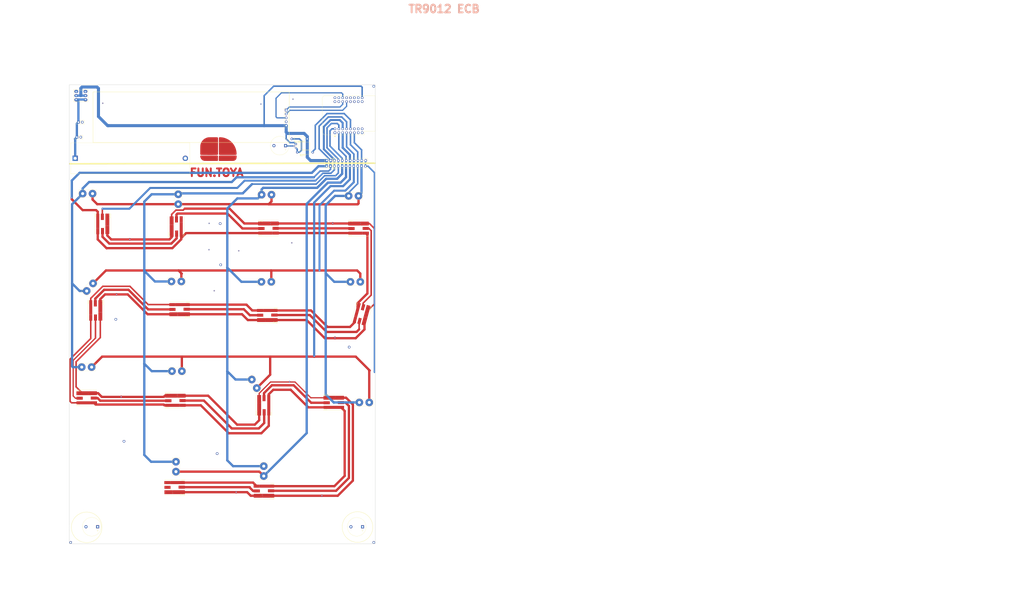
<source format=kicad_pcb>
(kicad_pcb (version 20221018) (generator pcbnew)
  (layers (0 "F.Cu" signal) (31 "B.Cu" signal) (34 "B.Paste" user) (35 "F.Paste" user) (36 "B.SilkS" user "B.Silkscreen") (37 "F.SilkS" user "F.Silkscreen") (38 "B.Mask" user) (39 "F.Mask" user) (44 "Edge.Cuts" user))
  (net 0 "")
  (net 1 "BEBAS")
  (net 2 "G")
  (net 3 "data")
  (net 4 "VCC")
  (net 5 "buzzer")
  (footprint "Buzzer_Beeper:Buzzer_12x9.5RM7.6" (layer "F.Cu") (at 145.054442 46.865558 180)
    (fp_text reference "REF**" hide)
    (fp_text value "Buzzer_12x9.5RM7.6")
  )
  (footprint "Diode_SMD:ws2812Strip" (layer "F.Cu") (at 139.902183 163.223195 180)
    (fp_text reference "REFe" hide)
    (fp_text value "ws2812Strip" hide)
  )
  (footprint "Connector_PinHeader_2.54mm:PinHeader_1x02_P2.54mm_Vertical" (layer "F.Cu") (at 174.445 60.29 -90)
    (fp_text reference "REF**")
    (fp_text value "PinHeader_1x02_P2.54mm_Vertical")
  )
  (footprint "Diode_SMD:ws2812Strip" (layer "F.Cu") (at 30.986908 91.22567 -90)
    (fp_text reference "REF**" hide)
    (fp_text value "ws2812Strip" hide)
  )
  (footprint "Resistor_THT:R_Axial_DIN0207_L6.3mm_D2.5mm_P10.16mm_Horizontal" (layer "F.Cu") (at 152.68 51.16)
    (fp_text reference "REF**")
    (fp_text value "R_Axial_DIN0207_L6.3mm_D2.5mm_P10.16mm_Horizontal")
  )
  (footprint "Connector:TOYACON" (layer "F.Cu") (at 20.903583 194.18247 180)
    (fp_text reference "" hide)
    (fp_text value "TOYACON")
  )
  (footprint "Connector_PinHeader_2.54mm:PinHeader_1x02_P2.54mm_Vertical" (layer "F.Cu") (at 8.677966 41.301791 90)
    (fp_text reference "REF**" hide)
    (fp_text value "PinHeader_1x02_P2.54mm_Vertical")
  )
  (footprint "Diode_SMD:ws2812Strip" (layer "F.Cu") (at 169.799383 209.230945)
    (fp_text reference "REFe" hide)
    (fp_text value "ws2812Strip" hide)
  )
  (footprint "" (layer "F.Cu") (at 100.34 248.12)
    (fp_text reference "")
    (fp_text value "")
  )
  (footprint "Connector:TOYACON" (layer "F.Cu") (at 196.486945 138.42567 180)
    (fp_text reference "REF**" hide)
    (fp_text value "TOYACON")
  )
  (footprint "Connector_PinHeader_2.54mm:PinHeader_1x10_P2.54mm_Vertical" (layer "F.Cu") (at 174.6 56.54 90)
    (fp_text reference "REF**" hide)
    (fp_text value "PinHeader_1x10_P2.54mm_Vertical")
  )
  (footprint "Connector:TOYACON" (layer "F.Cu") (at 138.453583 81.49247 180)
    (fp_text reference "REF**" hide)
    (fp_text value "TOYACON")
  )
  (footprint "Diode_SMD:ws2812Strip" (layer "F.Cu") (at 186.009383 95.390945)
    (fp_text reference "REF**" hide)
    (fp_text value "ws2812Strip" hide)
  )
  (footprint "Connector:TOYACON" (layer "F.Cu") (at 11.443885 142.136731 50)
    (fp_text reference "" hide)
    (fp_text value "TOYACON")
  )
  (footprint "Connector:TOYACON" (layer "F.Cu") (at 195.333583 82.29247 180)
    (fp_text reference "REF**" hide)
    (fp_text value "TOYACON")
  )
  (footprint "Connector:TOYACON" (layer "F.Cu") (at 9.886945 75.62567)
    (fp_text reference "REF**" hide)
    (fp_text value "TOYACON")
  )
  (footprint "Connector:TOYACON" (layer "F.Cu") (at 79.866945 196.81647 180)
    (fp_text reference "" hide)
    (fp_text value "TOYACON")
  )
  (footprint "Connector_PinHeader_2.54mm:PinHeader_1x10_P2.54mm_Vertical" (layer "F.Cu") (at 174.426945 60.28 90)
    (fp_text reference "REF**" hide)
    (fp_text value "PinHeader_1x10_P2.54mm_Vertical")
  )
  (footprint "Connector:TOYACON" (layer "F.Cu") (at 79.529345 138.21647 180)
    (fp_text reference "REF**" hide)
    (fp_text value "TOYACON")
  )
  (footprint "Diode_SMD:ws2812Strip" (layer "F.Cu") (at 82.582183 159.423195 180)
    (fp_text reference "REFe" hide)
    (fp_text value "ws2812Strip" hide)
  )
  (footprint "Diode_SMD:ws2812Strip" (layer "F.Cu") (at 8.329383 206.260945)
    (fp_text reference "REFe" hide)
    (fp_text value "ws2812Strip" hide)
  )
  (footprint "" (layer "F.Cu") (at 202.72 306.16)
    (fp_text reference "")
    (fp_text value "")
  )
  (footprint "Package_TO_SOT_THT:TO-92_Horizontal2" (layer "F.Cu") (at 151.809442 45.810558 -90)
    (fp_text reference "REF**")
    (fp_text value "TO-92_Horizontal2")
  )
  (footprint "Connector:TOYACON" (layer "F.Cu") (at 202.333583 217.26247 180)
    (fp_text reference "" hide)
    (fp_text value "TOYACON")
  )
  (footprint "LOGO" (layer "F.Cu") (at 101.179212 49.09264)
    (fp_text reference "G***" hide)
    (fp_text value "LOGO" hide)
  )
  (footprint "" (layer "F.Cu") (at 4.67 306.16)
    (fp_text reference "")
    (fp_text value "")
  )
  (footprint "Connector:TOYACON" (layer "F.Cu") (at 125.296951 208.822403 120)
    (fp_text reference "" hide)
    (fp_text value "TOYACON")
  )
  (footprint "Diode_SMD:ws2812Strip" (layer "F.Cu") (at 66.299383 207.900945)
    (fp_text reference "REFe" hide)
    (fp_text value "ws2812Strip" hide)
  )
  (footprint "Connector:TOYACON" (layer "F.Cu") (at 138.329345 138.42567 180)
    (fp_text reference "REF**" hide)
    (fp_text value "TOYACON")
  )
  (footprint "" (layer "F.Cu") (at 202.71 8.05)
    (fp_text reference "")
    (fp_text value "")
  )
  (footprint "Battery:BatteryHolder_MPD_BH-18650-PC2" (layer "F.Cu") (at 7.565 55.14)
    (fp_text reference "REF**" hide)
    (fp_text value "BatteryHolder_MPD_BH-18650-PC2")
  )
  (footprint "Connector_PinHeader_2.54mm:PinHeader_1x02_P2.54mm_Vertical" (layer "F.Cu") (at 174.61 56.52 -90)
    (fp_text reference "REF**")
    (fp_text value "PinHeader_1x02_P2.54mm_Vertical")
  )
  (footprint "Connector_PinHeader_2.54mm:PinHeader_1x02_P2.54mm_Vertical" (layer "F.Cu") (at 9.677966 31.501791 90)
    (fp_text reference "REF**" hide)
    (fp_text value "PinHeader_1x02_P2.54mm_Vertical")
  )
  (footprint "Diode_SMD:ws2812Strip" (layer "F.Cu") (at 68.214658 106.49847 90)
    (fp_text reference "REF**" hide)
    (fp_text value "ws2812Strip" hide)
  )
  (footprint "Button_Switch_THT:SW-7x7mm-lock" (layer "F.Cu") (at 11.277966 14.161791 -90)
    (fp_text reference "REF**" hide)
    (fp_text value "SW-7x7mm-lock")
  )
  (footprint "Connector:TOYACON" (layer "F.Cu") (at 133.396183 253.74427 -90)
    (fp_text reference "" hide)
    (fp_text value "TOYACON")
  )
  (footprint "Diode_SMD:ws2812Strip" (layer "F.Cu") (at 201.712587 151.832466 -105)
    (fp_text reference "REF**" hide)
    (fp_text value "ws2812Strip" hide)
  )
  (footprint "Diode_SMD:ws2812Strip" (layer "F.Cu") (at 127.139383 95.340945)
    (fp_text reference "REF**" hide)
    (fp_text value "ws2812Strip" hide)
  )
  (footprint "Diode_SMD:ws2812Strip" (layer "F.Cu") (at 125.434658 223.26847 90)
    (fp_text reference "REFe" hide)
    (fp_text value "ws2812Strip" hide)
  )
  (footprint "" (layer "F.Cu") (at 186.65 178.51)
    (fp_text reference "")
    (fp_text value "")
  )
  (footprint "Connector:TOYACON" (layer "F.Cu") (at 76.0254 250.8572 -90)
    (fp_text reference "" hide)
    (fp_text value "TOYACON")
  )
  (footprint "Diode_SMD:ws2812Strip" (layer "F.Cu") (at 137.712183 278.053195 180)
    (fp_text reference "REFe" hide)
    (fp_text value "ws2812Strip" hide)
  )
  (footprint "Connector:TOYACON" (layer "F.Cu") (at 72.345383 87.68987 90)
    (fp_text reference "REF**" hide)
    (fp_text value "TOYACON")
  )
  (footprint "custom:WEMOS_S2_mini" (layer "F.Cu") (at 177.332966 38.414291 90)
    (fp_text reference "REF**" hide)
    (fp_text value "WEMOS_S2_mini")
  )
  (footprint "Diode_SMD:ws2812Strip" (layer "F.Cu") (at 79.332183 275.713195 180)
    (fp_text reference "REFe" hide)
    (fp_text value "ws2812Strip" hide)
  )
  (footprint "Resistor_THT:R_Axial_DIN0207_L6.3mm_D2.5mm_P10.16mm_Horizontal" (layer "F.Cu") (at 149.104442 42.445558)
    (fp_text reference "REF**")
    (fp_text value "R_Axial_DIN0207_L6.3mm_D2.5mm_P10.16mm_Horizontal")
  )
  (footprint "Buzzer_Beeper:Buzzer_12x9.5RM7.6" (layer "F.Cu") (at 22.23 295.92 180)
    (fp_text reference "REF**" hide)
    (fp_text value "Buzzer_12x9.5RM7.6")
  )
  (footprint "" (layer "F.Cu") (at 102.32 97.81)
    (fp_text reference "")
    (fp_text value "")
  )
  (footprint "Diode_SMD:ws2812Strip" (layer "F.Cu") (at 26.396908 147.75567 -90)
    (fp_text reference "REFe" hide)
    (fp_text value "ws2812Strip" hide)
  )
  (footprint "" (layer "F.Cu") (at 39.48 240.06)
    (fp_text reference "")
    (fp_text value "")
  )
  (footprint "" (layer "F.Cu") (at 102.67 124.73)
    (fp_text reference "")
    (fp_text value "")
  )
  (footprint "Buzzer_Beeper:Buzzer_12x9.5RM7.6" (layer "F.Cu") (at 195.37 295.95 180)
    (fp_text reference "REF**" hide)
    (fp_text value "Buzzer_12x9.5RM7.6")
  )
  (footprint "" (layer "F.Cu") (at 34.14 160.35)
    (fp_text reference "")
    (fp_text value "")
  )
  (footprint "Connector_PinHeader_2.54mm:PinHeader_1x05_P2.54mm_Vertical" (layer "F.Cu") (at 145.477966 23.626791)
    (fp_text reference "REF**" hide)
    (fp_text value "PinHeader_1x05_P2.54mm_Vertical")
  )
  (gr_line (start 203.56 58.31) (end 3.95 58.69) (stroke (width 1)) (layer "F.SilkS"))
  (gr_rect (start 19.227966 11.766791) (end 147.497966 44.786791) (stroke (width 0.2)) (fill none) (layer "F.SilkS"))
  (gr_circle (center 15.077966 296.301791) (end 25.077966 296.301791) (stroke (width 0.2)) (fill none) (layer "F.SilkS"))
  (gr_circle (center 192.077966 296.101791) (end 202.077966 296.101791) (stroke (width 0.2)) (fill none) (layer "F.SilkS"))
  (gr_rect (start 3.719166 7.086991) (end 203.667966 307.111791) (stroke (width 0.2)) (fill none) (layer "Edge.Cuts"))
  (gr_text "FUN.TOYA" (at 118.2 67.43) (layer "F.Cu") (effects (font (size 5 5) (thickness 1.25) bold) (justify right bottom)))
  (gr_text "TR9012 ECB\n\n" (at 224.74 -31.53) (layer "B.SilkS") (effects (font (size 5 5) (thickness 1.25) bold) (justify left bottom)))
  (segment (start 152.68 49.221116) (end 151.809442 48.350558) (width 1) (layer "B.Cu") (net 0))
  (segment (start 149.104442 42.445558) (end 154.145558 42.445558) (width 1) (layer "B.Cu") (net 0))
  (segment (start 154.13 51.16) (end 152.68 51.16) (width 1) (layer "B.Cu") (net 0))
  (segment (start 155.48 43.78) (end 155.48 49.81) (width 1) (layer "B.Cu") (net 0))
  (segment (start 155.48 49.81) (end 154.13 51.16) (width 1) (layer "B.Cu") (net 0))
  (segment (start 154.145558 42.445558) (end 155.48 43.78) (width 1) (layer "B.Cu") (net 0))
  (segment (start 152.68 51.16) (end 152.68 49.221116) (width 1) (layer "B.Cu") (net 0))
  (segment (start 73.4346 259.8996) (end 127.918313 259.8996) (width 1.5) (layer "F.Cu") (net 1))
  (segment (start 77.286945 184.913055) (end 77.48 184.72) (width 1.5) (layer "F.Cu") (net 1))
  (segment (start 134.06013 85.10987) (end 135.873583 83.296417) (width 1.5) (layer "F.Cu") (net 1))
  (segment (start 27.676081 128.44) (end 75.12 128.44) (width 1.5) (layer "F.Cu") (net 1))
  (segment (start 25.195253 184.72) (end 77.48 184.72) (width 1.5) (layer "F.Cu") (net 1))
  (segment (start 167.28 128.44) (end 135.59 128.44) (width 1.5) (layer "F.Cu") (net 1))
  (segment (start 199.753583 194.066417) (end 199.753583 214.67167) (width 1.5) (layer "F.Cu") (net 1))
  (segment (start 190.92 184.72) (end 200.01 193.81) (width 1.5) (layer "F.Cu") (net 1))
  (segment (start 167.28 128.44) (end 191.87 128.44) (width 1.5) (layer "F.Cu") (net 1))
  (segment (start 135.59 128.44) (end 135.749345 128.599345) (width 1.5) (layer "F.Cu") (net 1))
  (segment (start 135 196.543307) (end 135 184.72) (width 1.5) (layer "F.Cu") (net 1))
  (segment (start 163.99 184.72) (end 190.92 184.72) (width 1.5) (layer "F.Cu") (net 1))
  (segment (start 18.929345 78.21647) (end 18.929345 82.079345) (width 1.5) (layer "F.Cu") (net 1))
  (segment (start 200.01 193.81) (end 199.753583 194.066417) (width 1.5) (layer "F.Cu") (net 1))
  (segment (start 192.753583 84.616417) (end 192.753583 79.70167) (width 1.5) (layer "F.Cu") (net 1))
  (segment (start 168.41 85.19) (end 192.18 85.19) (width 1.5) (layer "F.Cu") (net 1))
  (segment (start 191.87 128.44) (end 193.906945 130.476945) (width 1.5) (layer "F.Cu") (net 1))
  (segment (start 193.906945 130.476945) (end 193.906945 135.83487) (width 1.5) (layer "F.Cu") (net 1))
  (segment (start 163.61 184.72) (end 163.8 184.53) (width 1.5) (layer "F.Cu") (net 1))
  (segment (start 127.918313 259.8996) (end 130.805383 262.78667) (width 1.5) (layer "F.Cu") (net 1))
  (segment (start 163.8 184.53) (end 163.99 184.72) (width 1.5) (layer "F.Cu") (net 1))
  (segment (start 75.12 128.44) (end 77.18 130.5) (width 1.5) (layer "F.Cu") (net 1))
  (segment (start 168.41 85.19) (end 134.14026 85.19) (width 1.5) (layer "F.Cu") (net 1))
  (segment (start 135 184.72) (end 163.61 184.72) (width 1.5) (layer "F.Cu") (net 1))
  (segment (start 18.323583 191.59167) (end 25.195253 184.72) (width 1.5) (layer "F.Cu") (net 1))
  (segment (start 74.936183 85.10987) (end 134.06013 85.10987) (width 1.5) (layer "F.Cu") (net 1))
  (segment (start 126.25065 205.292657) (end 135 196.543307) (width 1.5) (layer "F.Cu") (net 1))
  (segment (start 77.48 184.72) (end 135 184.72) (width 1.5) (layer "F.Cu") (net 1))
  (segment (start 18.929345 82.079345) (end 21.95987 85.10987) (width 1.5) (layer "F.Cu") (net 1))
  (segment (start 75.12 128.44) (end 135.59 128.44) (width 1.5) (layer "F.Cu") (net 1))
  (segment (start 76.949345 130.730655) (end 76.949345 135.62567) (width 1.5) (layer "F.Cu") (net 1))
  (segment (start 21.95987 85.10987) (end 74.936183 85.10987) (width 1.5) (layer "F.Cu") (net 1))
  (segment (start 135.749345 128.599345) (end 135.749345 135.83487) (width 1.5) (layer "F.Cu") (net 1))
  (segment (start 192.18 85.19) (end 192.753583 84.616417) (width 1.5) (layer "F.Cu") (net 1))
  (segment (start 77.286945 194.22567) (end 77.286945 184.913055) (width 1.5) (layer "F.Cu") (net 1))
  (segment (start 135.873583 83.296417) (end 135.873583 78.90167) (width 1.5) (layer "F.Cu") (net 1))
  (segment (start 19.240896 136.875185) (end 27.676081 128.44) (width 1.5) (layer "F.Cu") (net 1))
  (segment (start 77.18 130.5) (end 76.949345 130.730655) (width 1.5) (layer "F.Cu") (net 1))
  (segment (start 134.14026 85.19) (end 134.06013 85.10987) (width 1.5) (layer "F.Cu") (net 1))
  (via (at 163.8 184.53) (size 0.8) (drill 0.4) (layers "F.Cu" "B.Cu") (net 1))
  (via (at 167.28 128.44) (size 0.8) (drill 0.4) (layers "F.Cu" "B.Cu") (net 1))
  (segment (start 15.086945 141.82567) (end 10.48567 141.82567) (width 1.5) (layer "B.Cu") (net 1))
  (segment (start 158.88 84.9) (end 172.77 71.01) (width 1.5) (layer "B.Cu") (net 1))
  (segment (start 129.411183 75.468817) (end 130.44 74.44) (width 1.5) (layer "B.Cu") (net 1))
  (segment (start 57.60567 194.22567) (end 52.74 189.36) (width 1.5) (layer "B.Cu") (net 1))
  (segment (start 163.76 84.03) (end 174.48 73.31) (width 1.4) (layer "B.Cu") (net 1))
  (segment (start 167 34.12) (end 173 28.12) (width 1) (layer "B.Cu") (net 1))
  (segment (start 172.16 35.21) (end 172.16 48.273055) (width 1) (layer "B.Cu") (net 1))
  (segment (start 189.71 52.38) (end 189.71 56.346945) (width 1) (layer "B.Cu") (net 1))
  (segment (start 142.37 12.34) (end 138.83 15.88) (width 0.8) (layer "B.Cu") (net 1))
  (segment (start 5.54 85.143415) (end 5.54 136.88) (width 1.5) (layer "B.Cu") (net 1))
  (segment (start 57.1872 253.4372) (end 73.4346 253.4372) (width 1.5) (layer "B.Cu") (net 1))
  (segment (start 177.332966 35.874291) (end 175.405709 35.874291) (width 1) (layer "B.Cu") (net 1))
  (segment (start 192.753583 79.70167) (end 194.686945 77.768308) (width 1.5) (layer "B.Cu") (net 1))
  (segment (start 10.48567 141.82567) (end 5.54 136.88) (width 1.5) (layer "B.Cu") (net 1))
  (segment (start 129.286945 135.83487) (end 116.23487 135.83487) (width 1.5) (layer "B.Cu") (net 1))
  (segment (start 173.25 63.46) (end 174.445 62.265) (width 1) (layer "B.Cu") (net 1))
  (segment (start 158.88 234.712053) (end 158.88 84.9) (width 1.5) (layer "B.Cu") (net 1))
  (segment (start 187.492966 30.022966) (end 187.492966 35.874291) (width 1) (layer "B.Cu") (net 1))
  (segment (start 187.492966 46.252966) (end 192.22 50.98) (width 1) (layer "B.Cu") (net 1))
  (segment (start 172.77 71.01) (end 181.05 71.01) (width 1.5) (layer "B.Cu") (net 1))
  (segment (start 171.3 130.26) (end 171.3 209.45) (width 1.5) (layer "B.Cu") (net 1))
  (segment (start 167.28 128.44) (end 167.24 128.4) (width 1.3) (layer "B.Cu") (net 1))
  (segment (start 174.48 73.31) (end 182.68 73.31) (width 1.4) (layer "B.Cu") (net 1))
  (segment (start 172.16 48.273055) (end 179.506945 55.62) (width 1) (layer "B.Cu") (net 1))
  (segment (start 74.936183 78.64747) (end 75.533653 78.05) (width 1.5) (layer "B.Cu") (net 1))
  (segment (start 189.666945 70.753055) (end 189.666945 56.39) (width 1.3) (layer "B.Cu") (net 1))
  (segment (start 6.03167 191.59167) (end 11.861183 191.59167) (width 1.5) (layer "B.Cu") (net 1))
  (segment (start 178.84 32.38) (end 174.99 32.38) (width 1) (layer "B.Cu") (net 1))
  (segment (start 179.506945 58.62567) (end 179.506945 55.62) (width 1) (layer "B.Cu") (net 1))
  (segment (start 184.952966 38.414291) (end 184.952966 47.622966) (width 1) (layer "B.Cu") (net 1))
  (segment (start 113.01 67.54) (end 109.93 70.62) (width 1.5) (layer "B.Cu") (net 1))
  (segment (start 75.533653 78.05) (end 117.08 78.05) (width 1.5) (layer "B.Cu") (net 1))
  (segment (start 182.34 23.77) (end 147.874757 23.77) (width 0.8) (layer "B.Cu") (net 1))
  (segment (start 147.874757 23.77) (end 145.477966 26.166791) (width 0.8) (layer "B.Cu") (net 1))
  (segment (start 171.3 85.8) (end 171.3 130.26) (width 1.5) (layer "B.Cu") (net 1))
  (segment (start 190.032966 38.414291) (end 190.032966 44.922966) (width 1) (layer "B.Cu") (net 1))
  (segment (start 182.046945 55.07) (end 182.046945 58.62567) (width 1) (layer "B.Cu") (net 1))
  (segment (start 109.93 70.62) (end 16.67 70.62) (width 1.5) (layer "B.Cu") (net 1))
  (segment (start 52.74 128.69) (end 52.74 189.36) (width 1.5) (layer "B.Cu") (net 1))
  (segment (start 130.805383 262.78667) (end 158.88 234.712053) (width 1.5) (layer "B.Cu") (net 1))
  (segment (start 117.08 78.05) (end 123.15 71.98) (width 1.5) (layer "B.Cu") (net 1))
  (segment (start 110.77427 256.32427) (end 130.805383 256.32427) (width 1.5) (layer "B.Cu") (net 1))
  (segment (start 165.69 74.44) (end 171.63 68.5) (width 1.5) (layer "B.Cu") (net 1))
  (segment (start 106.98 87.91) (end 106.98 126.58) (width 1.5) (layer "B.Cu") (net 1))
  (segment (start 176.87487 135.83487) (end 171.3 130.26) (width 1.5) (layer "B.Cu") (net 1))
  (segment (start 106.98 194.32) (end 106.98 252.53) (width 1.5) (layer "B.Cu") (net 1))
  (segment (start 170.59 66.5) (end 177.77 66.5) (width 1) (layer "B.Cu") (net 1))
  (segment (start 194.75 49.64) (end 194.75 55.83) (width 1) (layer "B.Cu") (net 1))
  (segment (start 123.01945 199.696055) (end 112.356055 199.696055) (width 1.5) (layer "B.Cu") (net 1))
  (segment (start 177.77 66.5) (end 179.566945 64.703055) (width 1) (layer "B.Cu") (net 1))
  (segment (start 52.74 248.99) (end 57.1872 253.4372) (width 1.5) (layer "B.Cu") (net 1))
  (segment (start 184.952966 31.292966) (end 184.952966 35.874291) (width 1) (layer "B.Cu") (net 1))
  (segment (start 182.412966 13.337034) (end 182.53 13.22) (width 0.8) (layer "B.Cu") (net 1))
  (segment (start 184.586945 67.473055) (end 184.586945 58.62567) (width 1.5) (layer "B.Cu") (net 1))
  (segment (start 174.99 32.38) (end 172.16 35.21) (width 1) (layer "B.Cu") (net 1))
  (segment (start 162.414442 51.055558) (end 164.5 48.97) (width 1) (layer "B.Cu") (net 1))
  (segment (start 5.54 136.88) (end 5.54 191.1) (width 1.5) (layer "B.Cu") (net 1))
  (segment (start 163.76 184.34) (end 163.76 84.03) (width 1.4) (layer "B.Cu") (net 1))
  (segment (start 178.76 68.5) (end 182.046945 65.213055) (width 1.5) (layer "B.Cu") (net 1))
  (segment (start 187.126945 52.906945) (end 182.412966 48.192966) (width 1.4) (layer "B.Cu") (net 1))
  (segment (start 171.63 68.5) (end 178.76 68.5) (width 1.5) (layer "B.Cu") (net 1))
  (segment (start 186.291183 77.588817) (end 186.291183 79.70167) (width 1) (layer "B.Cu") (net 1))
  (segment (start 192.206945 52.603055) (end 192.206945 58.62567) (width 1) (layer "B.Cu") (net 1))
  (segment (start 179.872966 49.137966) (end 184.586945 53.851945) (width 1) (layer "B.Cu") (net 1))
  (segment (start 182.412966 19.837034) (end 180.65 21.6) (width 0.8) (layer "B.Cu") (net 1))
  (segment (start 106.98 252.53) (end 110.77427 256.32427) (width 1.5) (layer "B.Cu") (net 1))
  (segment (start 194.75 55.83) (end 194.746945 55.833055) (width 1) (layer "B.Cu") (net 1))
  (segment (start 70.486945 135.62567) (end 59.67567 135.62567) (width 1.5) (layer "B.Cu") (net 1))
  (segment (start 167.24 85.86) (end 176.82 76.28) (width 1.3) (layer "B.Cu") (net 1))
  (segment (start 129.411183 78.90167) (end 126.982853 81.33) (width 1.5) (layer "B.Cu") (net 1))
  (segment (start 12.466945 74.823055) (end 12.466945 78.21647) (width 1.5) (layer "B.Cu") (net 1))
  (segment (start 9.677966 31.501791) (end 9.677966 18.101791) (width 1.5) (layer "B.Cu") (net 1))
  (segment (start 8.277966 16.701791) (end 14.277966 16.701791) (width 1.5) (layer "B.Cu") (net 1))
  (segment (start 174.11 47.133055) (end 182.046945 55.07) (width 1) (layer "B.Cu") (net 1))
  (segment (start 164.5 48.97) (end 164.5 33.58) (width 1) (layer "B.Cu") (net 1))
  (segment (start 186.291183 79.70167) (end 177.39833 79.70167) (width 1.5) (layer "B.Cu") (net 1))
  (segment (start 192.206945 58.62567) (end 192.206945 71.673055) (width 1) (layer "B.Cu") (net 1))
  (segment (start 182.412966 48.192966) (end 182.412966 38.414291) (width 1.4) (layer "B.Cu") (net 1))
  (segment (start 129.411183 78.90167) (end 129.411183 75.468817) (width 1.5) (layer "B.Cu") (net 1))
  (segment (start 175.405709 35.874291) (end 174.11 37.17) (width 1) (layer "B.Cu") (net 1))
  (segment (start 180.65 21.6) (end 147.504757 21.6) (width 0.8) (layer "B.Cu") (net 1))
  (segment (start 181.65 12.34) (end 142.37 12.34) (width 0.8) (layer "B.Cu") (net 1))
  (segment (start 179.872966 33.412966) (end 178.84 32.38) (width 1) (layer "B.Cu") (net 1))
  (segment (start 165.11 71.98) (end 170.59 66.5) (width 1) (layer "B.Cu") (net 1))
  (segment (start 187.126945 68.863055) (end 187.126945 52.906945) (width 1.4) (layer "B.Cu") (net 1))
  (segment (start 194.686945 77.768308) (end 194.686945 57.65) (width 1.5) (layer "B.Cu") (net 1))
  (segment (start 179.872966 35.874291) (end 179.872966 33.412966) (width 1) (layer "B.Cu") (net 1))
  (segment (start 12.466945 78.21647) (end 5.54 85.143415) (width 1.5) (layer "B.Cu") (net 1))
  (segment (start 174.426945 56.346945) (end 167 48.92) (width 1) (layer "B.Cu") (net 1))
  (segment (start 181.05 71.01) (end 184.586945 67.473055) (width 1.5) (layer "B.Cu") (net 1))
  (segment (start 187.444545 135.83487) (end 176.87487 135.83487) (width 1.5) (layer "B.Cu") (net 1))
  (segment (start 147.504757 21.6) (end 145.477966 23.626791) (width 0.8) (layer "B.Cu") (net 1))
  (segment (start 7.477966 42.501791) (end 7.58 42.603825) (width 1.5) (layer "B.Cu") (net 1))
  (segment (start 179.872966 38.414291) (end 179.872966 49.137966) (width 1) (layer "B.Cu") (net 1))
  (segment (start 8.677966 41.301791) (end 8.677966 32.501791) (width 1.5) (layer "B.Cu") (net 1))
  (segment (start 167.24 128.4) (end 167.24 85.86) (width 1.3) (layer "B.Cu") (net 1))
  (segment (start 9.677966 18.101791) (end 8.277966 16.701791) (width 1.5) (layer "B.Cu") (net 1))
  (segment (start 167.64 63.46) (end 173.25 63.46) (width 1) (layer "B.Cu") (net 1))
  (segment (start 192.22 50.98) (end 192.22 52.59) (width 1) (layer "B.Cu") (net 1))
  (segment (start 184.952966 47.622966) (end 189.71 52.38) (width 1) (layer "B.Cu") (net 1))
  (segment (start 70.824545 194.22567) (end 57.60567 194.22567) (width 1.5) (layer "B.Cu") (net 1))
  (segment (start 190.032966 44.922966) (end 194.75 49.64) (width 1) (layer "B.Cu") (net 1))
  (segment (start 189.71 56.346945) (end 189.666945 56.39) (width 1) (layer "B.Cu") (net 1))
  (segment (start 183.36 25.89) (end 187.492966 30.022966) (width 1) (layer "B.Cu") (net 1))
  (segment (start 174.426945 58.62567) (end 174.426945 56.346945) (width 1) (layer "B.Cu") (net 1))
  (segment (start 184.952966 18.094291) (end 184.952966 21.157034) (width 0.8) (layer "B.Cu") (net 1))
  (segment (start 116.23487 135.83487) (end 106.98 126.58) (width 1.5) (layer "B.Cu") (net 1))
  (segment (start 16.67 70.62) (end 12.466945 74.823055) (width 1.5) (layer "B.Cu") (net 1))
  (segment (start 187.492966 38.414291) (end 187.492966 46.252966) (width 1) (layer "B.Cu") (net 1))
  (segment (start 138.83 15.88) (end 138.83 28.03) (width 0.8) (layer "B.Cu") (net 1))
  (segment (start 5.54 191.1) (end 6.03167 191.59167) (width 1.5) (layer "B.Cu") (net 1))
  (segment (start 172.19 25.89) (end 183.36 25.89) (width 1) (layer "B.Cu") (net 1))
  (segment (start 74.936183 78.64747) (end 57.53253 78.64747) (width 1.5) (layer "B.Cu") (net 1))
  (segment (start 176.6 214.75) (end 176.67833 214.67167) (width 1.5) (layer "B.Cu") (net 1))
  (segment (start 176.67833 214.67167) (end 193.291183 214.67167) (width 1.5) (layer "B.Cu") (net 1))
  (segment (start 106.98 126.58) (end 106.98 194.32) (width 1.5) (layer "B.Cu") (net 1))
  (segment (start 138.83 28.03) (end 139.506791 28.706791) (width 0.8) (layer "B.Cu") (net 1))
  (segment (start 181.78 28.12) (end 184.952966 31.292966) (width 1) (layer "B.Cu") (net 1))
  (segment (start 8.677966 32.501791) (end 9.677966 31.501791) (width 1.5) (layer "B.Cu") (net 1))
  (segment (start 174.11 37.17) (end 174.11 47.133055) (width 1) (layer "B.Cu") (net 1))
  (segment (start 184.952966 21.157034) (end 182.34 23.77) (width 0.8) (layer "B.Cu") (net 1))
  (segment (start 163.56 67.54) (end 113.01 67.54) (width 1.5) (layer "B.Cu") (net 1))
  (segment (start 7.58 42.603825) (end 7.58 55.91) (width 1.5) (layer "B.Cu") (net 1))
  (segment (start 52.74 189.36) (end 52.74 248.99) (width 1.5) (layer "B.Cu") (net 1))
  (segment (start 174.445 62.265) (end 174.445 60.29) (width 1) (layer "B.Cu") (net 1))
  (segment (start 174.35 59.48) (end 174.35 60.36) (width 1.5) (layer "B.Cu") (net 1))
  (segment (start 182.046945 65.213055) (end 182.046945 58.62567) (width 1.5) (layer "B.Cu") (net 1))
  (segment (start 7.477966 42.501791) (end 8.677966 41.301791) (width 1.5) (layer "B.Cu") (net 1))
  (segment (start 163.56 67.54) (end 167.64 63.46) (width 1) (layer "B.Cu") (net 1))
  (segment (start 176.82 76.28) (end 184.14 76.28) (width 1.3) (layer "B.Cu") (net 1))
  (segment (start 112.356055 199.696055) (end 106.98 194.32) (width 1.5) (layer "B.Cu") (net 1))
  (segment (start 182.53 13.22) (end 181.65 12.34) (width 0.8) (layer "B.Cu") (net 1))
  (segment (start 179.566945 64.703055) (end 179.566945 58.62567) (width 1) (layer "B.Cu") (net 1))
  (segment (start 184.14 76.28) (end 189.666945 70.753055) (width 1.3) (layer "B.Cu") (net 1))
  (segment (start 192.206945 71.673055) (end 186.291183 77.588817) (width 1) (layer "B.Cu") (net 1))
  (segment (start 177.39833 79.70167) (end 171.3 85.8) (width 1.5) (layer "B.Cu") (net 1))
  (segment (start 164.5 33.58) (end 172.19 25.89) (width 1) (layer "B.Cu") (net 1))
  (segment (start 182.68 73.31) (end 187.126945 68.863055) (width 1.4) (layer "B.Cu") (net 1))
  (segment (start 130.44 74.44) (end 165.69 74.44) (width 1.5) (layer "B.Cu") (net 1))
  (segment (start 123.15 71.98) (end 165.11 71.98) (width 1) (layer "B.Cu") (net 1))
  (segment (start 113.56 81.33) (end 106.98 87.91) (width 1.5) (layer "B.Cu") (net 1))
  (segment (start 184.586945 53.851945) (end 184.586945 58.62567) (width 1) (layer "B.Cu") (net 1))
  (segment (start 173 28.12) (end 181.78 28.12) (width 1) (layer "B.Cu") (net 1))
  (segment (start 171.3 209.45) (end 176.6 214.75) (width 1.5) (layer "B.Cu") (net 1))
  (segment (start 59.67567 135.62567) (end 52.74 128.69) (width 1.5) (layer "B.Cu") (net 1))
  (segment (start 182.412966 18.094291) (end 182.412966 19.837034) (width 0.8) (layer "B.Cu") (net 1))
  (segment (start 57.53253 78.64747) (end 52.74 83.44) (width 1.5) (layer "B.Cu") (net 1))
  (segment (start 52.74 83.44) (end 52.74 128.69) (width 1.5) (layer "B.Cu") (net 1))
  (segment (start 167 48.92) (end 167 34.12) (width 1) (layer "B.Cu") (net 1))
  (segment (start 189.666945 56.39) (end 189.666945 55.303055) (width 1) (layer "B.Cu") (net 1))
  (segment (start 192.22 52.59) (end 192.206945 52.603055) (width 1) (layer "B.Cu") (net 1))
  (segment (start 182.412966 15.554291) (end 182.412966 13.337034) (width 0.8) (layer "B.Cu") (net 1))
  (segment (start 139.506791 28.706791) (end 145.477966 28.706791) (width 0.8) (layer "B.Cu") (net 1))
  (segment (start 126.982853 81.33) (end 113.56 81.33) (width 1.5) (layer "B.Cu") (net 1))
  (segment (start 202.727292 100.61) (end 202.78 100.61) (width 1) (layer "F.Cu") (net 2))
  (segment (start 135.229441 201.32) (end 147.37 201.32) (width 0.8) (layer "F.Cu") (net 2))
  (segment (start 177.35 172.43) (end 177.63 172.71) (width 1.5) (layer "F.Cu") (net 2))
  (segment (start 24.975641 211.054795) (end 37.615205 211.054795) (width 1.5) (layer "F.Cu") (net 2))
  (segment (start 137.818583 97.728545) (end 175.731455 97.728545) (width 1.5) (layer "F.Cu") (net 2))
  (segment (start 196.642362 166.953172) (end 196.642362 161.529825) (width 1.5) (layer "F.Cu") (net 2))
  (segment (start 37.615205 211.054795) (end 37.64 211.03) (width 1.5) (layer "F.Cu") (net 2))
  (segment (start 79.13 88.03) (end 108.46 88.03) (width 1.5) (layer "F.Cu") (net 2))
  (segment (start 70.602258 95.81927) (end 70.602258 91.797742) (width 1) (layer "F.Cu") (net 2))
  (segment (start 37.664795 211.054795) (end 65.432359 211.054795) (width 1.5) (layer "F.Cu") (net 2))
  (segment (start 8.17 188.11) (end 8.17 204.501362) (width 1) (layer "F.Cu") (net 2))
  (segment (start 175.89 97.57) (end 176.048545 97.728545) (width 1.5) (layer "F.Cu") (net 2))
  (segment (start 158.845595 160.835595) (end 170.72 172.71) (width 1.5) (layer "F.Cu") (net 2))
  (segment (start 184.675534 211.66) (end 184.47 211.66) (width 1.5) (layer "F.Cu") (net 2))
  (segment (start 124.95 229.18) (end 127.822258 226.307742) (width 1.5) (layer "F.Cu") (net 2))
  (segment (start 22.569391 208.648545) (end 24.975641 211.054795) (width 1.5) (layer "F.Cu") (net 2))
  (segment (start 65.432359 211.054795) (end 66.198609 210.288545) (width 1.5) (layer "F.Cu") (net 2))
  (segment (start 34.63 144.07) (end 34.65 144.09) (width 1.5) (layer "F.Cu") (net 2))
  (segment (start 112.774405 273.325595) (end 75.344383 273.325595) (width 1.5) (layer "F.Cu") (net 2))
  (segment (start 179.159939 275.665595) (end 189.06 265.765534) (width 1.5) (layer "F.Cu") (net 2))
  (segment (start 113.39 229.18) (end 124.95 229.18) (width 1.5) (layer "F.Cu") (net 2))
  (segment (start 161.569104 211.618545) (end 173.787183 211.618545) (width 0.8) (layer "F.Cu") (net 2))
  (segment (start 189.06 265.765534) (end 189.06 216.044466) (width 1.5) (layer "F.Cu") (net 2))
  (segment (start 28.599308 101.90487) (end 28.599308 105.609308) (width 1.5) (layer "F.Cu") (net 2))
  (segment (start 168.824405 275.665595) (end 179.159939 275.665595) (width 1.5) (layer "F.Cu") (net 2))
  (segment (start 147.99 201.32) (end 151.27056 201.32) (width 0.8) (layer "F.Cu") (net 2))
  (segment (start 31.14802 108.15802) (end 43.18198 108.15802) (width 1.5) (layer "F.Cu") (net 2))
  (segment (start 108.46 88.03) (end 118.158545 97.728545) (width 1.5) (layer "F.Cu") (net 2))
  (segment (start 24.009308 151.74347) (end 24.009308 147.150692) (width 1.5) (layer "F.Cu") (net 2))
  (segment (start 184.47 211.66) (end 184.428545 211.618545) (width 1.5) (layer "F.Cu") (net 2))
  (segment (start 189.06 216.044466) (end 184.675534 211.66) (width 1.5) (layer "F.Cu") (net 2))
  (segment (start 203.167966 150.272687) (end 198.374224 155.066429) (width 1) (layer "F.Cu") (net 2))
  (segment (start 43.35802 108.15802) (end 69.16198 108.15802) (width 1.5) (layer "F.Cu") (net 2))
  (segment (start 147.68 201.01) (end 147.99 201.32) (width 0.8) (layer "F.Cu") (net 2))
  (segment (start 69.16198 108.15802) (end 70.602258 106.717742) (width 1.5) (layer "F.Cu") (net 2))
  (segment (start 19.008583 208.648545) (end 22.569391 208.648545) (width 1.5) (layer "F.Cu") (net 2))
  (segment (start 43.18198 108.15802) (end 43.27 108.07) (width 1.5) (layer "F.Cu") (net 2))
  (segment (start 168.82 275.67) (end 168.824405 275.665595) (width 1.5) (layer "F.Cu") (net 2))
  (segment (start 184.428545 211.618545) (end 180.478583 211.618545) (width 1.5) (layer "F.Cu") (net 2))
  (segment (start 24.009308 158.43487) (end 24.009308 172.270692) (width 1) (layer "F.Cu") (net 2))
  (segment (start 170.72 172.71) (end 177.07 172.71) (width 1.5) (layer "F.Cu") (net 2))
  (segment (start 196.688583 97.778545) (end 199.895837 97.778545) (width 1) (layer "F.Cu") (net 2))
  (segment (start 190.885534 172.71) (end 196.642362 166.953172) (width 1.5) (layer "F.Cu") (net 2))
  (segment (start 78.77 88.39) (end 79.13 88.03) (width 1) (layer "F.Cu") (net 2))
  (segment (start 54.870061 157.035595) (end 71.902983 157.035595) (width 1.5) (layer "F.Cu") (net 2))
  (segment (start 24.009308 147.150692) (end 27.07 144.09) (width 1.5) (layer "F.Cu") (net 2))
  (segment (start 8.17 204.501362) (end 12.317183 208.648545) (width 1) (layer "F.Cu") (net 2))
  (segment (start 24.009308 172.270692) (end 8.17 188.11) (width 1) (layer "F.Cu") (net 2))
  (segment (start 112.805595 273.325595) (end 112.79 273.31) (width 1.5) (layer "F.Cu") (net 2))
  (segment (start 41.924466 144.09) (end 54.870061 157.035595) (width 1.5) (layer "F.Cu") (net 2))
  (segment (start 34.65 144.09) (end 41.924466 144.09) (width 1.5) (layer "F.Cu") (net 2))
  (segment (start 147.37 201.32) (end 147.68 201.01) (width 0.8) (layer "F.Cu") (net 2))
  (segment (start 202.78 100.61) (end 203.167966 100.997966) (width 1) (layer "F.Cu") (net 2))
  (segment (start 176.048545 97.728545) (end 189.947183 97.728545) (width 1.5) (layer "F.Cu") (net 2))
  (segment (start 116.605595 157.035595) (end 120.405595 160.835595) (width 1.5) (layer "F.Cu") (net 2))
  (segment (start 189.947183 97.728545) (end 189.997183 97.778545) (width 1.5) (layer "F.Cu") (net 2))
  (segment (start 73.42 88.98) (end 78.18 88.98) (width 1) (layer "F.Cu") (net 2))
  (segment (start 177.63 172.71) (end 190.885534 172.71) (width 1.5) (layer "F.Cu") (net 2))
  (segment (start 203.167966 100.997966) (end 203.167966 150.272687) (width 1) (layer "F.Cu") (net 2))
  (segment (start 135.914383 160.835595) (end 158.845595 160.835595) (width 1.5) (layer "F.Cu") (net 2))
  (segment (start 175.731455 97.728545) (end 175.89 97.57) (width 1.5) (layer "F.Cu") (net 2))
  (segment (start 34.61 144.09) (end 34.63 144.07) (width 1.5) (layer "F.Cu") (net 2))
  (segment (start 127.822258 226.307742) (end 127.822258 219.28067) (width 1.5) (layer "F.Cu") (net 2))
  (segment (start 119.965595 273.325595) (end 112.805595 273.325595) (width 1.5) (layer "F.Cu") (net 2))
  (segment (start 78.594383 157.035595) (end 116.605595 157.035595) (width 1.5) (layer "F.Cu") (net 2))
  (segment (start 94.498545 210.288545) (end 113.39 229.18) (width 1.5) (layer "F.Cu") (net 2))
  (segment (start 133.724383 275.665595) (end 168.815595 275.665595) (width 1.5) (layer "F.Cu") (net 2))
  (segment (start 27.07 144.09) (end 34.61 144.09) (width 1.5) (layer "F.Cu") (net 2))
  (segment (start 120.405595 160.835595) (end 129.222983 160.835595) (width 1.5) (layer "F.Cu") (net 2))
  (segment (start 122.305595 275.665595) (end 119.965595 273.325595) (width 1.5) (layer "F.Cu") (net 2))
  (segment (start 76.978583 210.288545) (end 94.498545 210.288545) (width 1.5) (layer "F.Cu") (net 2))
  (segment (start 127.822258 208.727182) (end 135.229441 201.32) (width 0.8) (layer "F.Cu") (net 2))
  (segment (start 43.27 108.07) (end 43.35802 108.15802) (width 1.5) (layer "F.Cu") (net 2))
  (segment (start 28.599308 105.609308) (end 31.14802 108.15802) (width 1.5) (layer "F.Cu") (net 2))
  (segment (start 168.815595 275.665595) (end 168.82 275.67) (width 1.5) (layer "F.Cu") (net 2))
  (segment (start 118.158545 97.728545) (end 131.127183 97.728545) (width 1.5) (layer "F.Cu") (net 2))
  (segment (start 151.27056 201.32) (end 161.569104 211.618545) (width 0.8) (layer "F.Cu") (net 2))
  (segment (start 177.07 172.71) (end 177.35 172.43) (width 1.5) (layer "F.Cu") (net 2))
  (segment (start 127.032983 275.665595) (end 122.305595 275.665595) (width 1.5) (layer "F.Cu") (net 2))
  (segment (start 127.822258 212.58927) (end 127.822258 208.727182) (width 0.8) (layer "F.Cu") (net 2))
  (segment (start 70.602258 106.717742) (end 70.602258 102.51067) (width 1.5) (layer "F.Cu") (net 2))
  (segment (start 66.198609 210.288545) (end 70.287183 210.288545) (width 1.5) (layer "F.Cu") (net 2))
  (segment (start 78.18 88.98) (end 78.77 88.39) (width 1) (layer "F.Cu") (net 2))
  (segment (start 70.602258 91.797742) (end 73.42 88.98) (width 1) (layer "F.Cu") (net 2))
  (segment (start 37.64 211.03) (end 37.664795 211.054795) (width 1.5) (layer "F.Cu") (net 2))
  (segment (start 112.79 273.31) (end 112.774405 273.325595) (width 1.5) (layer "F.Cu") (net 2))
  (segment (start 199.895837 97.778545) (end 202.727292 100.61) (width 1) (layer "F.Cu") (net 2))
  (via (at 168.82 275.67) (size 0.8) (drill 0.4) (layers "F.Cu" "B.Cu") (net 2))
  (via (at 112.79 273.31) (size 0.8) (drill 0.4) (layers "F.Cu" "B.Cu") (net 2))
  (via (at 37.64 211.03) (size 0.8) (drill 0.4) (layers "F.Cu" "B.Cu") (net 2))
  (via (at 25.58 19.16) (size 0.8) (drill 0.4) (layers "F.Cu" "B.Cu") (net 2))
  (via (at 95.01 114.84) (size 0.8) (drill 0.4) (layers "F.Cu" "B.Cu") (net 2))
  (via (at 128.97 19.67) (size 0.8) (drill 0.4) (layers "F.Cu" "B.Cu") (net 2))
  (via (at 98.46 141.67) (size 0.8) (drill 0.4) (layers "F.Cu" "B.Cu") (net 2))
  (via (at 95.13 97.66) (size 0.8) (drill 0.4) (layers "F.Cu" "B.Cu") (net 2))
  (via (at 147.68 201.01) (size 0.8) (drill 0.4) (layers "F.Cu" "B.Cu") (net 2))
  (via (at 34.63 144.07) (size 0.8) (drill 0.4) (layers "F.Cu" "B.Cu") (net 2))
  (via (at 175.89 97.57) (size 0.8) (drill 0.4) (layers "F.Cu" "B.Cu") (net 2))
  (via (at 43.27 108.07) (size 0.8) (drill 0.4) (layers "F.Cu" "B.Cu") (net 2))
  (via (at 114.47 115.56) (size 0.8) (drill 0.4) (layers "F.Cu" "B.Cu") (net 2))
  (via (at 149.91 16.47) (size 0.8) (drill 0.4) (layers "F.Cu" "B.Cu") (net 2))
  (via (at 177.35 172.43) (size 0.8) (drill 0.4) (layers "F.Cu" "B.Cu") (net 2))
  (via (at 149.12 110.37) (size 0.8) (drill 0.4) (layers "F.Cu" "B.Cu") (net 2))
  (segment (start 203.167966 194.177966) (end 203.167966 194.99) (width 1) (layer "B.Cu") (net 2))
  (segment (start 197.286945 60.28) (end 198.941275 60.28) (width 1) (layer "B.Cu") (net 2))
  (segment (start 197.286945 56.713055) (end 197.46 56.54) (width 1) (layer "B.Cu") (net 2))
  (segment (start 198.941275 60.28) (end 203.167966 64.506691) (width 1) (layer "B.Cu") (net 2))
  (segment (start 203.167966 64.506691) (end 203.167966 123.8) (width 1) (layer "B.Cu") (net 2))
  (segment (start 203.167966 123.8) (end 203.167966 194.177966) (width 1) (layer "B.Cu") (net 2))
  (segment (start 197.286945 60.28) (end 197.286945 56.713055) (width 1) (layer "B.Cu") (net 2))
  (segment (start 196.1 151.76) (end 195.696647 152.163353) (width 1.5) (layer "F.Cu") (net 3))
  (segment (start 160.889345 157.569345) (end 171.93 168.61) (width 1.5) (layer "F.Cu") (net 3))
  (segment (start 6.27 187.181572) (end 20.844658 172.606914) (width 0.8) (layer "F.Cu") (net 3))
  (segment (start 181.230133 214.783195) (end 184.263195 214.783195) (width 1.5) (layer "F.Cu") (net 3))
  (segment (start 73.868508 107.401492) (end 73.868508 104.35512) (width 1.5) (layer "F.Cu") (net 3))
  (segment (start 130.986908 208.603092) (end 136.12 203.47) (width 1.5) (layer "F.Cu") (net 3))
  (segment (start 22.198507 211.813195) (end 23.940107 213.554795) (width 1.5) (layer "F.Cu") (net 3))
  (segment (start 25.434658 102.65642) (end 25.434658 106.424658) (width 1.5) (layer "F.Cu") (net 3))
  (segment (start 123.843059 272.500945) (end 121.63 270.287886) (width 1.5) (layer "F.Cu") (net 3))
  (segment (start 107.13608 91.23567) (end 116.895205 100.994795) (width 1.5) (layer "F.Cu") (net 3))
  (segment (start 26.52 141.05) (end 20.743058 146.826942) (width 1.5) (layer "F.Cu") (net 3))
  (segment (start 20.743058 146.826942) (end 20.743058 149.89902) (width 1.5) (layer "F.Cu") (net 3))
  (segment (start 55.240945 153.870945) (end 42.42 141.05) (width 1.5) (layer "F.Cu") (net 3))
  (segment (start 25.434658 106.424658) (end 29.86 110.85) (width 1.5) (layer "F.Cu") (net 3))
  (segment (start 184.263195 214.783195) (end 186.47 216.99) (width 1.5) (layer "F.Cu") (net 3))
  (segment (start 178.090655 272.399345) (end 135.568833 272.399345) (width 1.5) (layer "F.Cu") (net 3))
  (segment (start 188.001133 100.893195) (end 188.152733 101.044795) (width 1.5) (layer "F.Cu") (net 3))
  (segment (start 201.022183 102.440425) (end 201.022183 144.527817) (width 1) (layer "F.Cu") (net 3))
  (segment (start 138.570133 100.893195) (end 188.001133 100.893195) (width 1.5) (layer "F.Cu") (net 3))
  (segment (start 121.63 270.287886) (end 121.63 270.12) (width 1.5) (layer "F.Cu") (net 3))
  (segment (start 121.569345 270.059345) (end 77.188833 270.059345) (width 1.5) (layer "F.Cu") (net 3))
  (segment (start 70.42 110.85) (end 73.868508 107.401492) (width 1.5) (layer "F.Cu") (net 3))
  (segment (start 42.42 141.05) (end 26.52 141.05) (width 1.5) (layer "F.Cu") (net 3))
  (segment (start 126.281433 272.500945) (end 123.843059 272.500945) (width 1.5) (layer "F.Cu") (net 3))
  (segment (start 23.940107 213.554795) (end 68.442733 213.554795) (width 1.5) (layer "F.Cu") (net 3))
  (segment (start 6.27 210.440834) (end 6.27 187.181572) (width 0.8) (layer "F.Cu") (net 3))
  (segment (start 71.151433 153.870945) (end 55.240945 153.870945) (width 1.5) (layer "F.Cu") (net 3))
  (segment (start 171.93 168.61) (end 191.45 168.61) (width 1.5) (layer "F.Cu") (net 3))
  (segment (start 136.12 203.47) (end 150.38 203.47) (width 1.5) (layer "F.Cu") (net 3))
  (segment (start 74.45433 91.23567) (end 107.13608 91.23567) (width 1.5) (layer "F.Cu") (net 3))
  (segment (start 186.47 264.02) (end 178.090655 272.399345) (width 1.5) (layer "F.Cu") (net 3))
  (segment (start 195.776867 149.773133) (end 195.776867 152.439459) (width 1) (layer "F.Cu") (net 3))
  (segment (start 195.696647 152.163353) (end 195.696647 152.439459) (width 1.5) (layer "F.Cu") (net 3))
  (segment (start 199.524953 100.943195) (end 201.022183 102.440425) (width 1) (layer "F.Cu") (net 3))
  (segment (start 109.9 231.68) (end 127.54 231.68) (width 1.5) (layer "F.Cu") (net 3))
  (segment (start 161.794795 214.884795) (end 171.942733 214.884795) (width 1.5) (layer "F.Cu") (net 3))
  (segment (start 7.743961 211.914795) (end 6.27 210.440834) (width 0.8) (layer "F.Cu") (net 3))
  (segment (start 91.673195 213.453195) (end 109.9 231.68) (width 1.5) (layer "F.Cu") (net 3))
  (segment (start 25.333058 88.053058) (end 25.333058 87.946942) (width 1) (layer "F.Cu") (net 3))
  (segment (start 25.333058 93.36902) (end 25.333058 88.106942) (width 1) (layer "F.Cu") (net 3))
  (segment (start 186.47 216.99) (end 186.47 264.02) (width 1.5) (layer "F.Cu") (net 3))
  (segment (start 80.438833 153.769345) (end 117.809345 153.769345) (width 1.5) (layer "F.Cu") (net 3))
  (segment (start 121.63 270.12) (end 121.569345 270.059345) (width 1.5) (layer "F.Cu") (net 3))
  (segment (start 73.766908 91.923092) (end 74.45433 91.23567) (width 1.5) (layer "F.Cu") (net 3))
  (segment (start 197.440133 100.943195) (end 199.524953 100.943195) (width 1) (layer "F.Cu") (net 3))
  (segment (start 191.45 168.61) (end 193.14 166.92) (width 1.5) (layer "F.Cu") (net 3))
  (segment (start 116.895205 100.994795) (end 129.282733 100.994795) (width 1.5) (layer "F.Cu") (net 3))
  (segment (start 73.766908 95.06772) (end 73.766908 91.923092) (width 1.5) (layer "F.Cu") (net 3))
  (segment (start 137.758833 157.569345) (end 160.889345 157.569345) (width 1.5) (layer "F.Cu") (net 3))
  (segment (start 193.39103 162.435564) (end 193.14 162.686594) (width 1) (layer "F.Cu") (net 3))
  (segment (start 25.36 88.08) (end 25.333058 88.053058) (width 1) (layer "F.Cu") (net 3))
  (segment (start 19.760133 211.813195) (end 22.198507 211.813195) (width 1.5) (layer "F.Cu") (net 3))
  (segment (start 193.39103 161.436695) (end 193.39103 162.435564) (width 1) (layer "F.Cu") (net 3))
  (segment (start 25.333058 88.106942) (end 25.36 88.08) (width 1) (layer "F.Cu") (net 3))
  (segment (start 20.844658 159.18642) (end 20.844658 172.606914) (width 1) (layer "F.Cu") (net 3))
  (segment (start 121.710945 157.670945) (end 128.471433 157.670945) (width 1.5) (layer "F.Cu") (net 3))
  (segment (start 77.730133 213.453195) (end 91.673195 213.453195) (width 1.5) (layer "F.Cu") (net 3))
  (segment (start 150.38 203.47) (end 161.794795 214.884795) (width 1.5) (layer "F.Cu") (net 3))
  (segment (start 130.986908 211.83772) (end 130.986908 208.603092) (width 1.5) (layer "F.Cu") (net 3))
  (segment (start 131.088508 228.131492) (end 131.088508 221.12512) (width 1.5) (layer "F.Cu") (net 3))
  (segment (start 10.472733 211.914795) (end 7.743961 211.914795) (width 0.8) (layer "F.Cu") (net 3))
  (segment (start 201.022183 144.527817) (end 195.776867 149.773133) (width 1) (layer "F.Cu") (net 3))
  (segment (start 193.14 162.686594) (end 193.14 166.92) (width 1) (layer "F.Cu") (net 3))
  (segment (start 29.86 110.85) (end 70.42 110.85) (width 1.5) (layer "F.Cu") (net 3))
  (segment (start 127.54 231.68) (end 131.088508 228.131492) (width 1.5) (layer "F.Cu") (net 3))
  (segment (start 117.809345 153.769345) (end 121.710945 157.670945) (width 1.5) (layer "F.Cu") (net 3))
  (via (at 25.36 88.08) (size 0.8) (drill 0.4) (layers "F.Cu" "B.Cu") (net 3))
  (segment (start 182.39 31.97) (end 180.54 30.12) (width 1.3) (layer "B.Cu") (net 3))
  (segment (start 164.63 69.73) (end 118.27802 69.73) (width 1.3) (layer "B.Cu") (net 3))
  (segment (start 56.58 74.49) (end 42.99 88.08) (width 1.3) (layer "B.Cu") (net 3))
  (segment (start 176.966945 62.653055) (end 176.966945 58.62567) (width 1) (layer "B.Cu") (net 3))
  (segment (start 180.54 30.12) (end 174.43 30.12) (width 1.3) (layer "B.Cu") (net 3))
  (segment (start 170.08 49.2) (end 176.966945 56.086945) (width 1.3) (layer "B.Cu") (net 3))
  (segment (start 182.412966 35.874291) (end 182.412966 35.092535) (width 1.3) (layer "B.Cu") (net 3))
  (segment (start 174.74 64.88) (end 176.966945 62.653055) (width 1) (layer "B.Cu") (net 3))
  (segment (start 170.08 34.47) (end 170.08 49.2) (width 1.3) (layer "B.Cu") (net 3))
  (segment (start 174.43 30.12) (end 170.08 34.47) (width 1.3) (layer "B.Cu") (net 3))
  (segment (start 113.51802 74.49) (end 56.58 74.49) (width 1.3) (layer "B.Cu") (net 3))
  (segment (start 182.412966 35.092535) (end 182.39 35.069569) (width 1.3) (layer "B.Cu") (net 3))
  (segment (start 182.39 35.069569) (end 182.39 31.97) (width 1.3) (layer "B.Cu") (net 3))
  (segment (start 42.99 88.08) (end 25.36 88.08) (width 1.3) (layer "B.Cu") (net 3))
  (segment (start 118.27802 69.73) (end 113.51802 74.49) (width 1.3) (layer "B.Cu") (net 3))
  (segment (start 164.63 69.73) (end 169.48 64.88) (width 1) (layer "B.Cu") (net 3))
  (segment (start 169.48 64.88) (end 174.74 64.88) (width 1) (layer "B.Cu") (net 3))
  (segment (start 176.966945 56.086945) (end 176.966945 58.62567) (width 1.3) (layer "B.Cu") (net 3))
  (segment (start 197.530908 104.052345) (end 198.55 105.071437) (width 1.5) (layer "F.Cu") (net 4))
  (segment (start 17.735508 159.277195) (end 17.735508 172.887636) (width 1) (layer "F.Cu") (net 4))
  (segment (start 4.219166 213.929166) (end 5.212345 214.922345) (width 1) (layer "F.Cu") (net 4))
  (segment (start 25.588019 138.8) (end 43.35198 138.8) (width 1) (layer "F.Cu") (net 4))
  (segment (start 20.983358 216.054795) (end 65.432359 216.054795) (width 1.5) (layer "F.Cu") (net 4))
  (segment (start 181.320908 217.892345) (end 183.7 220.271437) (width 1.5) (layer "F.Cu") (net 4))
  (segment (start 4.219166 186.403978) (end 4.219166 213.929166) (width 1) (layer "F.Cu") (net 4))
  (segment (start 5.39 80.73) (end 5.39 81.93) (width 1.5) (layer "F.Cu") (net 4))
  (segment (start 76.876058 107.19) (end 76.876058 101.682545) (width 1.5) (layer "F.Cu") (net 4))
  (segment (start 107.94 234.82) (end 129.25 234.82) (width 1.5) (layer "F.Cu") (net 4))
  (segment (start 65.432359 216.054795) (end 65.939909 216.562345) (width 1.5) (layer "F.Cu") (net 4))
  (segment (start 192.099864 149.880136) (end 192.099864 154.242557) (width 1.5) (layer "F.Cu") (net 4))
  (segment (start 134.096058 209.33915) (end 137.035208 206.4) (width 1.5) (layer "F.Cu") (net 4))
  (segment (start 190.775308 104.002345) (end 190.825308 104.052345) (width 1.5) (layer "F.Cu") (net 4))
  (segment (start 17.735508 172.887636) (end 4.219166 186.403978) (width 1) (layer "F.Cu") (net 4))
  (segment (start 183.7 262.68) (end 176.988205 269.391795) (width 1.5) (layer "F.Cu") (net 4))
  (segment (start 159.892345 217.892345) (end 174.615308 217.892345) (width 1.5) (layer "F.Cu") (net 4))
  (segment (start 161.691795 154.561795) (end 135.086258 154.561795) (width 1.5) (layer "F.Cu") (net 4))
  (segment (start 19.850908 214.922345) (end 20.983358 216.054795) (width 1.5) (layer "F.Cu") (net 4))
  (segment (start 198.55 143.43) (end 192.099864 149.880136) (width 1.5) (layer "F.Cu") (net 4))
  (segment (start 123.850658 267.051795) (end 74.516258 267.051795) (width 1.5) (layer "F.Cu") (net 4))
  (segment (start 22.325508 90.075508) (end 22.325508 96.041595) (width 1.5) (layer "F.Cu") (net 4))
  (segment (start 77.820908 216.562345) (end 89.682345 216.562345) (width 1.5) (layer "F.Cu") (net 4))
  (segment (start 129.25 234.82) (end 134.096058 229.973942) (width 1.5) (layer "F.Cu") (net 4))
  (segment (start 190.364327 162.175673) (end 187.19 165.35) (width 1.5) (layer "F.Cu") (net 4))
  (segment (start 21.24 88.99) (end 22.325508 90.075508) (width 1.5) (layer "F.Cu") (net 4))
  (segment (start 17.735508 146.652512) (end 25.588019 138.8) (width 1) (layer "F.Cu") (net 4))
  (segment (start 77.714463 150.71) (end 77.766258 150.761795) (width 1) (layer "F.Cu") (net 4))
  (segment (start 198.55 105.071437) (end 198.55 143.43) (width 1.5) (layer "F.Cu") (net 4))
  (segment (start 76.876058 107.19) (end 80.063713 104.002345) (width 1.5) (layer "F.Cu") (net 4))
  (segment (start 65.939909 216.562345) (end 71.115308 216.562345) (width 1.5) (layer "F.Cu") (net 4))
  (segment (start 89.682345 216.562345) (end 107.94 234.82) (width 1.5) (layer "F.Cu") (net 4))
  (segment (start 187.19 165.35) (end 172.48 165.35) (width 1.5) (layer "F.Cu") (net 4))
  (segment (start 80.063713 104.002345) (end 131.955308 104.002345) (width 1.5) (layer "F.Cu") (net 4))
  (segment (start 128.380658 154.561795) (end 123.301795 154.561795) (width 1.5) (layer "F.Cu") (net 4))
  (segment (start 172.48 165.35) (end 161.691795 154.561795) (width 1.5) (layer "F.Cu") (net 4))
  (segment (start 126.190658 269.391795) (end 123.850658 267.051795) (width 1.5) (layer "F.Cu") (net 4))
  (segment (start 119.501795 150.761795) (end 77.766258 150.761795) (width 1.5) (layer "F.Cu") (net 4))
  (segment (start 190.364327 160.719669) (end 190.364327 162.175673) (width 1.5) (layer "F.Cu") (net 4))
  (segment (start 134.096058 229.973942) (end 134.096058 218.452545) (width 1.5) (layer "F.Cu") (net 4))
  (segment (start 138.660908 104.002345) (end 190.775308 104.002345) (width 1.5) (layer "F.Cu") (net 4))
  (segment (start 176.988205 269.391795) (end 132.896258 269.391795) (width 1.5) (layer "F.Cu") (net 4))
  (segment (start 28.08 113.89) (end 28.13 113.84) (width 1.5) (layer "F.Cu") (net 4))
  (segment (start 12.45 88.99) (end 21.24 88.99) (width 1.5) (layer "F.Cu") (net 4))
  (segment (start 71.09 113.84) (end 76.876058 108.053942) (width 1.5) (layer "F.Cu") (net 4))
  (segment (start 43.35198 138.8) (end 55.26198 150.71) (width 1) (layer "F.Cu") (net 4))
  (segment (start 148.4 206.4) (end 159.892345 217.892345) (width 1.5) (layer "F.Cu") (net 4))
  (segment (start 5.212345 214.922345) (end 13.145308 214.922345) (width 1) (layer "F.Cu") (net 4))
  (segment (start 22.325508 102.747195) (end 22.325508 108.135508) (width 1.5) (layer "F.Cu") (net 4))
  (segment (start 17.735508 152.571595) (end 17.735508 146.652512) (width 1) (layer "F.Cu") (net 4))
  (segment (start 137.035208 206.4) (end 148.4 206.4) (width 1.5) (layer "F.Cu") (net 4))
  (segment (start 76.876058 108.053942) (end 76.876058 107.19) (width 1.5) (layer "F.Cu") (net 4))
  (segment (start 123.301795 154.561795) (end 119.501795 150.761795) (width 1.5) (layer "F.Cu") (net 4))
  (segment (start 134.096058 211.746945) (end 134.096058 209.33915) (width 1.5) (layer "F.Cu") (net 4))
  (segment (start 28.13 113.84) (end 71.09 113.84) (width 1.5) (layer "F.Cu") (net 4))
  (segment (start 55.26198 150.71) (end 77.714463 150.71) (width 1) (layer "F.Cu") (net 4))
  (segment (start 183.7 220.271437) (end 183.7 262.68) (width 1.5) (layer "F.Cu") (net 4))
  (segment (start 5.39 81.93) (end 5.99 82.53) (width 1.5) (layer "F.Cu") (net 4))
  (segment (start 22.325508 108.135508) (end 28.08 113.89) (width 1.5) (layer "F.Cu") (net 4))
  (segment (start 5.39 81.93) (end 12.45 88.99) (width 1.5) (layer "F.Cu") (net 4))
  (via (at 5.39 80.73) (size 0.8) (drill 0.4) (layers "F.Cu" "B.Cu") (net 4))
  (segment (start 29.44 33.786791) (end 28.766791 33.786791) (width 2) (layer "B.Cu") (net 4))
  (segment (start 159.264442 42.445558) (end 159.264442 54.444442) (width 2) (layer "B.Cu") (net 4))
  (segment (start 137.3 7.99) (end 131.08 14.21) (width 1) (layer "B.Cu") (net 4))
  (segment (start 159.264442 40.905558) (end 157.214442 38.855558) (width 2) (layer "B.Cu") (net 4))
  (segment (start 150.868884 44.87) (end 147.93 44.87) (width 1) (layer "B.Cu") (net 4))
  (segment (start 147.93 44.87) (end 145.36 42.3) (width 1) (layer "B.Cu") (net 4))
  (segment (start 10.43 64.64) (end 162.23 64.64) (width 1.5) (layer "B.Cu") (net 4))
  (segment (start 28.766791 33.786791) (end 22.79 27.81) (width 2) (layer "B.Cu") (net 4))
  (segment (start 171.905 60.29) (end 171.905 56.685) (width 1.5) (layer "B.Cu") (net 4))
  (segment (start 12.08 8.54) (end 21.84 8.54) (width 2) (layer "B.Cu") (net 4))
  (segment (start 145.477966 33.786791) (end 131.08 33.786791) (width 2) (layer "B.Cu") (net 4))
  (segment (start 194.41 7.99) (end 137.3 7.99) (width 1) (layer "B.Cu") (net 4))
  (segment (start 151.809442 45.810558) (end 150.868884 44.87) (width 1) (layer "B.Cu") (net 4))
  (segment (start 171.905 56.685) (end 172.07 56.52) (width 1.5) (layer "B.Cu") (net 4))
  (segment (start 5.39 80.73) (end 5.39 69.68) (width 1.5) (layer "B.Cu") (net 4))
  (segment (start 145.477966 37.989082) (end 146.344442 38.855558) (width 2) (layer "B.Cu") (net 4))
  (segment (start 157.214442 38.855558) (end 146.344442 38.855558) (width 2) (layer "B.Cu") (net 4))
  (segment (start 195.112966 8.692966) (end 194.41 7.99) (width 1) (layer "B.Cu") (net 4))
  (segment (start 159.264442 54.444442) (end 161.42 56.6) (width 2) (layer "B.Cu") (net 4))
  (segment (start 21.84 8.54) (end 22.68 9.38) (width 2) (layer "B.Cu") (net 4))
  (segment (start 11.279249 9.340751) (end 12.08 8.54) (width 2) (layer "B.Cu") (net 4))
  (segment (start 11.22 14.161791) (end 11.279249 14.102542) (width 2) (layer "B.Cu") (net 4))
  (segment (start 145.477966 33.786791) (end 145.477966 37.989082) (width 2) (layer "B.Cu") (net 4))
  (segment (start 195.112966 15.554291) (end 195.112966 8.692966) (width 1) (layer "B.Cu") (net 4))
  (segment (start 131.08 33.786791) (end 29.44 33.786791) (width 2) (layer "B.Cu") (net 4))
  (segment (start 11.22 14.161791) (end 14.277966 14.161791) (width 1.5) (layer "B.Cu") (net 4))
  (segment (start 5.39 69.68) (end 10.43 64.64) (width 1.5) (layer "B.Cu") (net 4))
  (segment (start 8.277966 14.161791) (end 11.22 14.161791) (width 1.5) (layer "B.Cu") (net 4))
  (segment (start 162.23 64.64) (end 166.58 60.29) (width 1.5) (layer "B.Cu") (net 4))
  (segment (start 22.79 27.81) (end 22.79 9.49) (width 2) (layer "B.Cu") (net 4))
  (segment (start 131.08 14.21) (end 131.08 33.786791) (width 1) (layer "B.Cu") (net 4))
  (segment (start 166.58 60.29) (end 171.905 60.29) (width 1.5) (layer "B.Cu") (net 4))
  (segment (start 11.279249 14.102542) (end 11.279249 9.340751) (width 2) (layer "B.Cu") (net 4))
  (segment (start 171.82 56.6) (end 171.905 56.685) (width 2) (layer "B.Cu") (net 4))
  (segment (start 161.42 56.6) (end 171.82 56.6) (width 2) (layer "B.Cu") (net 4))
  (segment (start 145.36 42.3) (end 145.477966 42.182034) (width 1) (layer "B.Cu") (net 4))
  (segment (start 159.264442 42.445558) (end 159.264442 40.905558) (width 2) (layer "B.Cu") (net 4))
  (segment (start 145.477966 42.182034) (end 145.477966 37.989082) (width 1) (layer "B.Cu") (net 4))
  (segment (start 22.79 9.49) (end 22.68 9.38) (width 2) (layer "B.Cu") (net 4))
  (segment (start 145.264442 47.075558) (end 149.794542 47.075558) (width 0.8) (layer "B.Cu") (net 5))
  (segment (start 145.054442 46.865558) (end 145.264442 47.075558) (width 0.8) (layer "B.Cu") (net 5))
)
</source>
